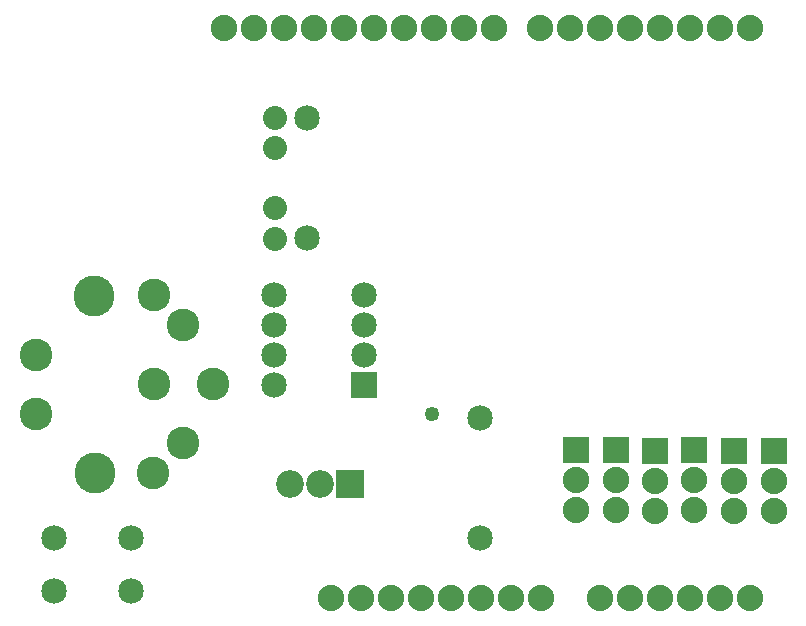
<source format=gbs>
G04 MADE WITH FRITZING*
G04 WWW.FRITZING.ORG*
G04 DOUBLE SIDED*
G04 HOLES PLATED*
G04 CONTOUR ON CENTER OF CONTOUR VECTOR*
%ASAXBY*%
%FSLAX23Y23*%
%MOIN*%
%OFA0B0*%
%SFA1.0B1.0*%
%ADD10C,0.088000*%
%ADD11C,0.085000*%
%ADD12C,0.109055*%
%ADD13C,0.136614*%
%ADD14C,0.080000*%
%ADD15C,0.092000*%
%ADD16C,0.049370*%
%ADD17R,0.088000X0.088000*%
%ADD18R,0.085000X0.085000*%
%ADD19R,0.092000X0.092000*%
%LNMASK0*%
G90*
G70*
G54D10*
X1808Y2004D03*
X1908Y2004D03*
X2008Y2004D03*
X2108Y2004D03*
X2208Y2004D03*
X2308Y2004D03*
X2408Y2004D03*
X2508Y2004D03*
X2009Y104D03*
X2109Y104D03*
X2209Y104D03*
X2309Y104D03*
X2409Y104D03*
X2509Y104D03*
X1113Y105D03*
X1213Y105D03*
X1313Y105D03*
X1413Y105D03*
X1513Y105D03*
X1613Y105D03*
X1713Y105D03*
X1813Y105D03*
X757Y2003D03*
X857Y2003D03*
X957Y2003D03*
X1057Y2003D03*
X1157Y2003D03*
X1257Y2003D03*
X1357Y2003D03*
X1457Y2003D03*
X1557Y2003D03*
X1657Y2003D03*
X2588Y595D03*
X2588Y495D03*
X2588Y395D03*
X2324Y596D03*
X2324Y496D03*
X2324Y396D03*
X2456Y594D03*
X2456Y494D03*
X2456Y394D03*
X2192Y595D03*
X2192Y495D03*
X2192Y395D03*
X2062Y596D03*
X2062Y496D03*
X2062Y396D03*
G54D11*
X446Y126D03*
X190Y126D03*
X446Y303D03*
X190Y303D03*
G54D10*
X1931Y596D03*
X1931Y496D03*
X1931Y396D03*
G54D12*
X720Y817D03*
X522Y816D03*
X619Y1014D03*
G54D13*
X324Y1109D03*
G54D12*
X128Y717D03*
G54D13*
X326Y519D03*
G54D12*
X129Y915D03*
X521Y521D03*
X620Y621D03*
X522Y1112D03*
G54D11*
X1611Y705D03*
X1611Y305D03*
G54D14*
X925Y1301D03*
X925Y1402D03*
X925Y1604D03*
X925Y1705D03*
G54D11*
X1224Y814D03*
X924Y814D03*
X1224Y914D03*
X924Y914D03*
X1224Y1014D03*
X924Y1014D03*
X1224Y1114D03*
X924Y1114D03*
G54D15*
X1175Y485D03*
X1075Y485D03*
X975Y485D03*
G54D11*
X1033Y1304D03*
X1033Y1704D03*
G54D16*
X1451Y718D03*
G54D17*
X2588Y595D03*
X2324Y596D03*
X2456Y594D03*
X2192Y595D03*
X2062Y596D03*
X1931Y596D03*
G54D18*
X1224Y814D03*
G54D19*
X1175Y485D03*
G04 End of Mask0*
M02*
</source>
